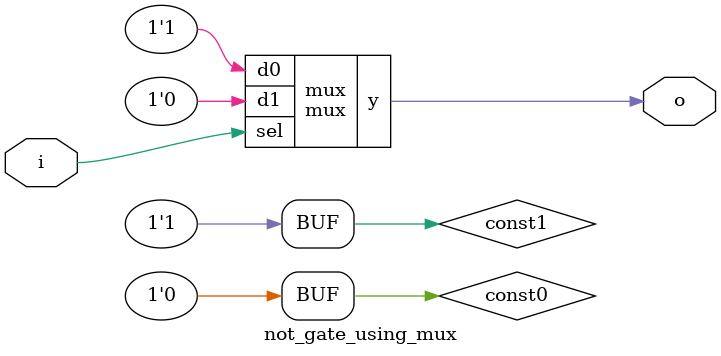
<source format=sv>

module mux
(
  input  d0, d1,
  input  sel,
  output y
);

  assign y = sel ? d1 : d0;

endmodule

//----------------------------------------------------------------------------
// Task
//----------------------------------------------------------------------------

module not_gate_using_mux
(
    input  i,
    output o
);

  // Task:
  // Implement not gate using instance(s) of mux,
  // constants 0 and 1, and wire connections

  wire const0 = 1'b0;
  wire const1 = 1'b1;
  mux mux(
  .d0(const1), 
  .d1(const0),
  .sel(i),
  .y(o)
  );

endmodule

</source>
